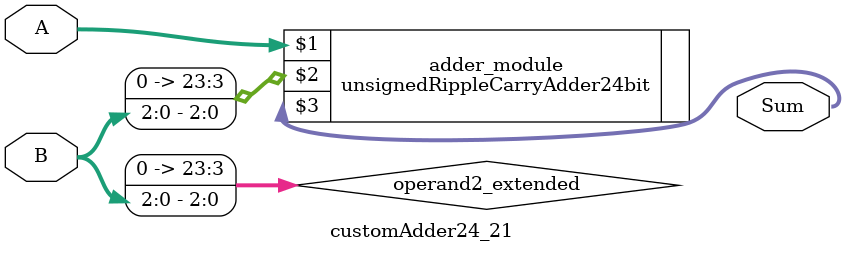
<source format=v>

module customAdder24_21(
                    input [23 : 0] A,
                    input [2 : 0] B,
                    
                    output [24 : 0] Sum
            );

    wire [23 : 0] operand2_extended;
    
    assign operand2_extended =  {21'b0, B};
    
    unsignedRippleCarryAdder24bit adder_module(
        A,
        operand2_extended,
        Sum
    );
    
endmodule
        
</source>
